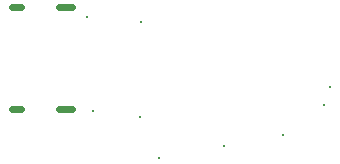
<source format=gbr>
%TF.GenerationSoftware,KiCad,Pcbnew,9.0.4*%
%TF.CreationDate,2025-10-07T00:36:32+05:30*%
%TF.ProjectId,Project5,50726f6a-6563-4743-952e-6b696361645f,rev?*%
%TF.SameCoordinates,Original*%
%TF.FileFunction,Plated,1,2,PTH,Mixed*%
%TF.FilePolarity,Positive*%
%FSLAX46Y46*%
G04 Gerber Fmt 4.6, Leading zero omitted, Abs format (unit mm)*
G04 Created by KiCad (PCBNEW 9.0.4) date 2025-10-07 00:36:32*
%MOMM*%
%LPD*%
G01*
G04 APERTURE LIST*
%TA.AperFunction,ViaDrill*%
%ADD10C,0.300000*%
%TD*%
G04 aperture for slot hole*
%TA.AperFunction,ComponentDrill*%
%ADD11C,0.600000*%
%TD*%
G04 APERTURE END LIST*
D10*
X128400000Y-84500000D03*
X128900000Y-92500000D03*
X132850000Y-93000000D03*
X133000000Y-85000000D03*
X134500000Y-96500000D03*
X140000000Y-95500000D03*
X145000000Y-94500000D03*
X148500000Y-92000000D03*
X149000000Y-90500000D03*
D11*
%TO.C,P1*%
X122025000Y-83680000D02*
X122825000Y-83680000D01*
X122025000Y-92320000D02*
X122825000Y-92320000D01*
X126055000Y-83680000D02*
X127155000Y-83680000D01*
X126055000Y-92320000D02*
X127155000Y-92320000D01*
M02*

</source>
